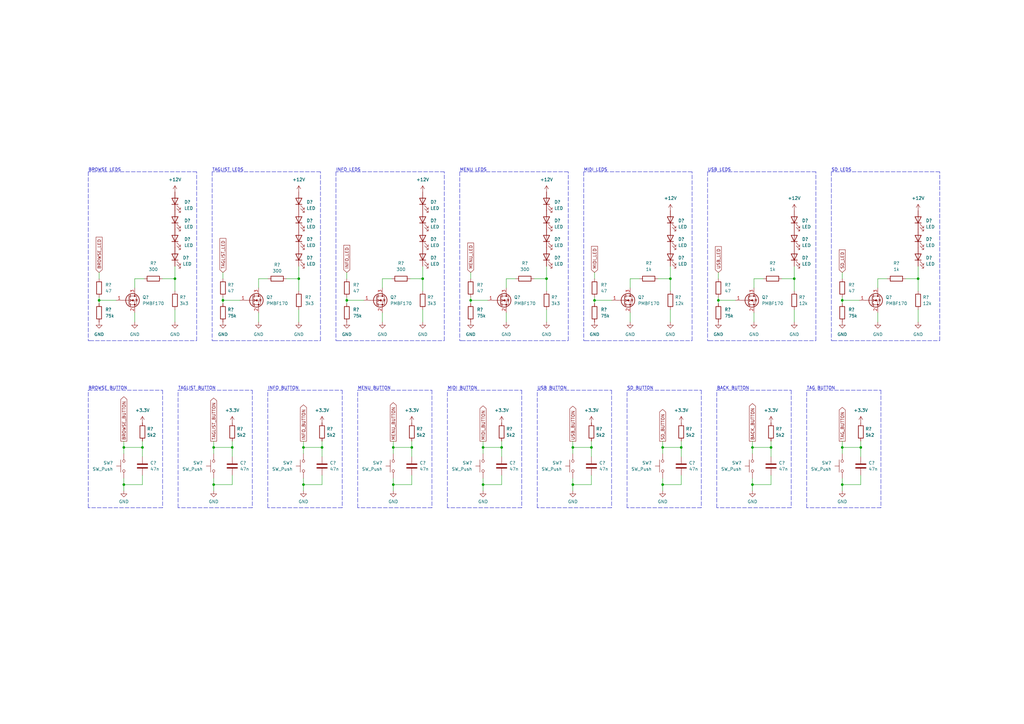
<source format=kicad_sch>
(kicad_sch (version 20211123) (generator eeschema)
  (paper "A3")
  (lib_symbols
    (symbol "Device:C" (pin_numbers hide) (pin_names (offset 0.254))
      (property "Reference" "C" (at 0.635 2.54 0))
      (property "Value" "C" (at 0.635 -2.54 0))
      (symbol "C_0_1"
        (polyline (pts (xy -2.032 -0.762) (xy 2.032 -0.762)) (stroke (width 0.508)))
        (polyline (pts (xy -2.032 0.762) (xy 2.032 0.762)) (stroke (width 0.508)))
      )
      (symbol "C_1_1"
        (pin passive line (at 0 3.81 270) (length 2.794) (name "~") (number "1"))
        (pin passive line (at 0 -3.81 90) (length 2.794) (name "~") (number "2"))
      )
    )
    (symbol "Device:LED" (pin_numbers hide) (pin_names (offset 1.016) hide)
      (property "Reference" "D" (at 0 2.54 0))
      (property "Value" "LED" (at 0 -2.54 0))
      (symbol "LED_0_1"
        (polyline (pts (xy -1.27 -1.27) (xy -1.27 1.27)) (stroke (width 0.254)))
        (polyline (pts (xy -1.27 0) (xy 1.27 0)))
        (polyline (pts (xy 1.27 -1.27) (xy 1.27 1.27) (xy -1.27 0) (xy 1.27 -1.27)) (stroke (width 0.254)))
        (polyline (pts (xy -3.048 -0.762) (xy -4.572 -2.286) (xy -3.81 -2.286) (xy -4.572 -2.286) (xy -4.572 -1.524)))
        (polyline (pts (xy -1.778 -0.762) (xy -3.302 -2.286) (xy -2.54 -2.286) (xy -3.302 -2.286) (xy -3.302 -1.524)))
      )
      (symbol "LED_1_1"
        (pin passive line (at -3.81 0 0) (length 2.54) (name "K") (number "1"))
        (pin passive line (at 3.81 0 180) (length 2.54) (name "A") (number "2"))
      )
    )
    (symbol "Device:Q_NMOS_GSD" (pin_names (offset 0) hide)
      (property "Reference" "Q" (at 5.08 1.27 0))
      (property "Value" "Q_NMOS_GSD" (at 5.08 -1.27 0))
      (symbol "Q_NMOS_GSD_0_1"
        (polyline (pts (xy 0.254 0) (xy -2.54 0)))
        (polyline (pts (xy 0.254 1.905) (xy 0.254 -1.905)) (stroke (width 0.254)))
        (polyline (pts (xy 0.762 -1.27) (xy 0.762 -2.286)) (stroke (width 0.254)))
        (polyline (pts (xy 0.762 0.508) (xy 0.762 -0.508)) (stroke (width 0.254)))
        (polyline (pts (xy 0.762 2.286) (xy 0.762 1.27)) (stroke (width 0.254)))
        (polyline (pts (xy 2.54 2.54) (xy 2.54 1.778)))
        (polyline (pts (xy 2.54 -2.54) (xy 2.54 0) (xy 0.762 0)))
        (polyline (pts (xy 0.762 -1.778) (xy 3.302 -1.778) (xy 3.302 1.778) (xy 0.762 1.778)))
        (polyline (pts (xy 1.016 0) (xy 2.032 0.381) (xy 2.032 -0.381) (xy 1.016 0)) (fill (type outline)))
        (polyline (pts (xy 2.794 0.508) (xy 2.921 0.381) (xy 3.683 0.381) (xy 3.81 0.254)))
        (polyline (pts (xy 3.302 0.381) (xy 2.921 -0.254) (xy 3.683 -0.254) (xy 3.302 0.381)))
        (circle (center 1.651 0) (radius 2.794) (stroke (width 0.254)))
        (circle (center 2.54 -1.778) (radius 0.254) (fill (type outline)))
        (circle (center 2.54 1.778) (radius 0.254) (fill (type outline)))
      )
      (symbol "Q_NMOS_GSD_1_1"
        (pin input line (at -5.08 0 0) (length 2.54) (name "G") (number "1"))
        (pin passive line (at 2.54 -5.08 90) (length 2.54) (name "S") (number "2"))
        (pin passive line (at 2.54 5.08 270) (length 2.54) (name "D") (number "3"))
      )
    )
    (symbol "Device:R" (pin_numbers hide) (pin_names (offset 0))
      (property "Reference" "R" (at 2.032 0 90))
      (property "Value" "R" (at 0 0 90))
      (symbol "R_0_1"
        (rectangle (start -1.016 -2.54) (end 1.016 2.54) (stroke (width 0.254)))
      )
      (symbol "R_1_1"
        (pin passive line (at 0 3.81 270) (length 1.27) (name "~") (number "1"))
        (pin passive line (at 0 -3.81 90) (length 1.27) (name "~") (number "2"))
      )
    )
    (symbol "Switch:SW_Push" (pin_numbers hide) (pin_names (offset 1.016) hide)
      (property "Reference" "SW" (at 1.27 2.54 0))
      (property "Value" "SW_Push" (at 0 -1.524 0))
      (symbol "SW_Push_0_1"
        (circle (center -2.032 0) (radius 0.508))
        (polyline (pts (xy 0 1.27) (xy 0 3.048)))
        (polyline (pts (xy 2.54 1.27) (xy -2.54 1.27)))
        (circle (center 2.032 0) (radius 0.508))
        (pin passive line (at -5.08 0 0) (length 2.54) (name "1") (number "1"))
        (pin passive line (at 5.08 0 180) (length 2.54) (name "2") (number "2"))
      )
    )
    (symbol "power:+12V" (power) (pin_names (offset 0))
      (property "Value" "+12V" (at 0 3.556 0))
      (symbol "+12V_0_1"
        (polyline (pts (xy -0.762 1.27) (xy 0 2.54)))
        (polyline (pts (xy 0 0) (xy 0 2.54)))
        (polyline (pts (xy 0 2.54) (xy 0.762 1.27)))
      )
      (symbol "+12V_1_1"
        (pin power_in line (at 0 0 90) (length 0) hide (name "+12V") (number "1"))
      )
    )
    (symbol "power:+3.3V" (power) (pin_names (offset 0))
      (property "Value" "+3.3V" (at 0 3.556 0))
      (symbol "+3.3V_0_1"
        (polyline (pts (xy -0.762 1.27) (xy 0 2.54)))
        (polyline (pts (xy 0 0) (xy 0 2.54)))
        (polyline (pts (xy 0 2.54) (xy 0.762 1.27)))
      )
      (symbol "+3.3V_1_1"
        (pin power_in line (at 0 0 90) (length 0) hide (name "+3.3V") (number "1"))
      )
    )
    (symbol "power:GND" (power) (pin_names (offset 0))
      (property "Value" "GND" (at 0 -3.81 0))
      (symbol "GND_0_1"
        (polyline (pts (xy 0 0) (xy 0 -1.27) (xy 1.27 -1.27) (xy 0 -2.54) (xy -1.27 -1.27) (xy 0 -1.27)))
      )
      (symbol "GND_1_1"
        (pin power_in line (at 0 0 270) (length 0) hide (name "GND") (number "1"))
      )
    )
  )
  (junction (at 345.44 198.755))
  (junction (at 40.64 123.19))
  (junction (at 122.555 114.3))
  (junction (at 271.78 183.515))
  (junction (at 316.23 183.515))
  (junction (at 345.44 123.19))
  (junction (at 353.06 183.515))
  (junction (at 95.25 183.515))
  (junction (at 132.08 183.515))
  (junction (at 279.4 183.515))
  (junction (at 87.63 183.515))
  (junction (at 168.91 183.515))
  (junction (at 198.12 183.515))
  (junction (at 345.44 183.515))
  (junction (at 142.24 123.19))
  (junction (at 124.46 198.755))
  (junction (at 234.95 183.515))
  (junction (at 308.61 183.515))
  (junction (at 193.04 123.19))
  (junction (at 161.29 198.755))
  (junction (at 124.46 183.515))
  (junction (at 325.755 114.3))
  (junction (at 58.42 183.515))
  (junction (at 234.95 198.755))
  (junction (at 205.74 183.515))
  (junction (at 71.755 114.3))
  (junction (at 274.955 114.3))
  (junction (at 87.63 198.755))
  (junction (at 271.78 198.755))
  (junction (at 242.57 183.515))
  (junction (at 224.155 114.3))
  (junction (at 376.555 114.3))
  (junction (at 173.355 114.3))
  (junction (at 91.44 123.19))
  (junction (at 243.84 123.19))
  (junction (at 50.8 183.515))
  (junction (at 161.29 183.515))
  (junction (at 294.64 123.19))
  (junction (at 198.12 198.755))
  (junction (at 50.8 198.755))
  (junction (at 308.61 198.755))
  (wire (pts (xy 198.12 198.755) (xy 205.74 198.755)))
  (wire (pts (xy 258.445 128.27) (xy 258.445 132.08)))
  (wire (pts (xy 345.44 180.975) (xy 345.44 183.515)))
  (wire (pts (xy 325.755 119.38) (xy 325.755 114.3)))
  (wire (pts (xy 308.61 198.755) (xy 316.23 198.755)))
  (polyline (pts (xy 80.645 70.485) (xy 36.195 70.485)))
  (wire (pts (xy 234.95 196.215) (xy 234.95 198.755)))
  (wire (pts (xy 71.755 127) (xy 71.755 132.08)))
  (polyline (pts (xy 36.195 160.02) (xy 66.675 160.02)))
  (wire (pts (xy 316.23 187.325) (xy 316.23 183.515)))
  (wire (pts (xy 316.23 180.975) (xy 316.23 183.515)))
  (polyline (pts (xy 146.685 160.02) (xy 177.165 160.02)))
  (wire (pts (xy 243.84 123.19) (xy 250.825 123.19)))
  (polyline (pts (xy 287.655 208.28) (xy 257.175 208.28)))
  (polyline (pts (xy 109.855 160.02) (xy 140.335 160.02)))
  (wire (pts (xy 353.06 187.325) (xy 353.06 183.515)))
  (wire (pts (xy 308.61 196.215) (xy 308.61 198.755)))
  (wire (pts (xy 345.44 196.215) (xy 345.44 198.755)))
  (wire (pts (xy 58.42 180.975) (xy 58.42 183.515)))
  (wire (pts (xy 156.845 114.3) (xy 160.655 114.3)))
  (wire (pts (xy 168.91 198.755) (xy 168.91 194.945)))
  (polyline (pts (xy 334.645 70.485) (xy 290.195 70.485)))
  (wire (pts (xy 87.63 183.515) (xy 95.25 183.515)))
  (wire (pts (xy 161.29 198.755) (xy 161.29 201.295)))
  (polyline (pts (xy 73.025 160.02) (xy 103.505 160.02)))
  (wire (pts (xy 279.4 187.325) (xy 279.4 183.515)))
  (wire (pts (xy 50.8 183.515) (xy 58.42 183.515)))
  (polyline (pts (xy 213.995 160.02) (xy 213.995 208.28)))
  (wire (pts (xy 234.95 198.755) (xy 234.95 201.295)))
  (wire (pts (xy 294.64 111.76) (xy 294.64 114.3)))
  (wire (pts (xy 156.845 128.27) (xy 156.845 132.08)))
  (wire (pts (xy 122.555 109.22) (xy 122.555 114.3)))
  (polyline (pts (xy 103.505 160.02) (xy 103.505 208.28)))
  (wire (pts (xy 95.25 198.755) (xy 95.25 194.945)))
  (polyline (pts (xy 290.83 139.7) (xy 334.645 139.7)))
  (polyline (pts (xy 66.675 208.28) (xy 36.195 208.28)))
  (wire (pts (xy 224.155 109.22) (xy 224.155 114.3)))
  (polyline (pts (xy 287.655 160.02) (xy 287.655 208.28)))
  (wire (pts (xy 353.06 198.755) (xy 353.06 194.945)))
  (polyline (pts (xy 109.855 208.28) (xy 109.855 160.02)))
  (polyline (pts (xy 86.995 139.7) (xy 87.63 139.7)))
  (polyline (pts (xy 182.245 139.7) (xy 182.245 70.485)))
  (wire (pts (xy 198.12 196.215) (xy 198.12 198.755)))
  (wire (pts (xy 124.46 198.755) (xy 124.46 201.295)))
  (polyline (pts (xy 361.315 160.02) (xy 361.315 208.28)))
  (wire (pts (xy 345.44 198.755) (xy 345.44 201.295)))
  (polyline (pts (xy 182.245 70.485) (xy 137.795 70.485)))
  (polyline (pts (xy 36.195 139.7) (xy 36.83 139.7)))
  (wire (pts (xy 124.46 198.755) (xy 132.08 198.755)))
  (wire (pts (xy 345.44 183.515) (xy 345.44 186.055)))
  (wire (pts (xy 173.355 119.38) (xy 173.355 114.3)))
  (polyline (pts (xy 257.175 208.28) (xy 257.175 160.02)))
  (wire (pts (xy 142.24 123.19) (xy 149.225 123.19)))
  (polyline (pts (xy 146.685 208.28) (xy 146.685 160.02)))
  (wire (pts (xy 132.08 180.975) (xy 132.08 183.515)))
  (wire (pts (xy 224.155 119.38) (xy 224.155 114.3)))
  (wire (pts (xy 271.78 196.215) (xy 271.78 198.755)))
  (wire (pts (xy 173.355 114.3) (xy 168.275 114.3)))
  (wire (pts (xy 242.57 198.755) (xy 242.57 194.945)))
  (wire (pts (xy 274.955 114.3) (xy 269.875 114.3)))
  (wire (pts (xy 279.4 180.975) (xy 279.4 183.515)))
  (polyline (pts (xy 131.445 70.485) (xy 86.995 70.485)))
  (wire (pts (xy 87.63 198.755) (xy 95.25 198.755)))
  (wire (pts (xy 132.08 187.325) (xy 132.08 183.515)))
  (wire (pts (xy 71.755 119.38) (xy 71.755 114.3)))
  (wire (pts (xy 243.84 123.19) (xy 243.84 124.46)))
  (wire (pts (xy 325.755 109.22) (xy 325.755 114.3)))
  (wire (pts (xy 271.78 183.515) (xy 279.4 183.515)))
  (polyline (pts (xy 138.43 139.7) (xy 182.245 139.7)))
  (polyline (pts (xy 137.795 139.7) (xy 138.43 139.7)))
  (wire (pts (xy 258.445 118.11) (xy 258.445 114.3)))
  (wire (pts (xy 376.555 109.22) (xy 376.555 114.3)))
  (wire (pts (xy 242.57 180.975) (xy 242.57 183.515)))
  (wire (pts (xy 224.155 114.3) (xy 219.075 114.3)))
  (wire (pts (xy 376.555 119.38) (xy 376.555 114.3)))
  (wire (pts (xy 40.64 123.19) (xy 40.64 124.46)))
  (wire (pts (xy 40.64 111.76) (xy 40.64 114.3)))
  (wire (pts (xy 106.045 128.27) (xy 106.045 132.08)))
  (polyline (pts (xy 340.995 139.7) (xy 341.63 139.7)))
  (polyline (pts (xy 140.335 160.02) (xy 140.335 208.28)))
  (wire (pts (xy 294.64 123.19) (xy 294.64 124.46)))
  (polyline (pts (xy 189.23 139.7) (xy 233.045 139.7)))
  (wire (pts (xy 234.95 180.975) (xy 234.95 183.515)))
  (wire (pts (xy 168.91 180.975) (xy 168.91 183.515)))
  (wire (pts (xy 132.08 198.755) (xy 132.08 194.945)))
  (wire (pts (xy 198.12 183.515) (xy 198.12 186.055)))
  (wire (pts (xy 243.84 121.92) (xy 243.84 123.19)))
  (wire (pts (xy 308.61 180.975) (xy 308.61 183.515)))
  (polyline (pts (xy 385.445 139.7) (xy 385.445 70.485)))
  (wire (pts (xy 124.46 183.515) (xy 132.08 183.515)))
  (wire (pts (xy 360.045 128.27) (xy 360.045 132.08)))
  (wire (pts (xy 274.955 109.22) (xy 274.955 114.3)))
  (wire (pts (xy 168.91 187.325) (xy 168.91 183.515)))
  (polyline (pts (xy 188.595 139.7) (xy 189.23 139.7)))
  (wire (pts (xy 124.46 180.975) (xy 124.46 183.515)))
  (wire (pts (xy 142.24 121.92) (xy 142.24 123.19)))
  (wire (pts (xy 55.245 128.27) (xy 55.245 132.08)))
  (wire (pts (xy 205.74 198.755) (xy 205.74 194.945)))
  (wire (pts (xy 360.045 114.3) (xy 363.855 114.3)))
  (polyline (pts (xy 183.515 208.28) (xy 183.515 160.02)))
  (wire (pts (xy 294.64 121.92) (xy 294.64 123.19)))
  (wire (pts (xy 87.63 198.755) (xy 87.63 201.295)))
  (polyline (pts (xy 290.195 70.485) (xy 290.195 139.7)))
  (wire (pts (xy 198.12 198.755) (xy 198.12 201.295)))
  (wire (pts (xy 271.78 198.755) (xy 279.4 198.755)))
  (wire (pts (xy 193.04 123.19) (xy 193.04 124.46)))
  (wire (pts (xy 58.42 198.755) (xy 58.42 194.945)))
  (wire (pts (xy 91.44 121.92) (xy 91.44 123.19)))
  (wire (pts (xy 50.8 180.975) (xy 50.8 183.515)))
  (wire (pts (xy 271.78 198.755) (xy 271.78 201.295)))
  (wire (pts (xy 50.8 198.755) (xy 50.8 201.295)))
  (wire (pts (xy 193.04 111.76) (xy 193.04 114.3)))
  (wire (pts (xy 207.645 118.11) (xy 207.645 114.3)))
  (polyline (pts (xy 341.63 139.7) (xy 385.445 139.7)))
  (polyline (pts (xy 213.995 208.28) (xy 183.515 208.28)))
  (wire (pts (xy 173.355 127) (xy 173.355 132.08)))
  (polyline (pts (xy 233.045 139.7) (xy 233.045 70.485)))
  (wire (pts (xy 193.04 121.92) (xy 193.04 123.19)))
  (wire (pts (xy 161.29 183.515) (xy 161.29 186.055)))
  (wire (pts (xy 271.78 183.515) (xy 271.78 186.055)))
  (polyline (pts (xy 177.165 208.28) (xy 146.685 208.28)))
  (wire (pts (xy 40.64 123.19) (xy 47.625 123.19)))
  (polyline (pts (xy 177.165 160.02) (xy 177.165 208.28)))
  (wire (pts (xy 308.61 183.515) (xy 308.61 186.055)))
  (wire (pts (xy 106.045 118.11) (xy 106.045 114.3)))
  (polyline (pts (xy 250.825 160.02) (xy 250.825 208.28)))
  (wire (pts (xy 50.8 198.755) (xy 58.42 198.755)))
  (wire (pts (xy 124.46 196.215) (xy 124.46 198.755)))
  (wire (pts (xy 360.045 118.11) (xy 360.045 114.3)))
  (wire (pts (xy 205.74 187.325) (xy 205.74 183.515)))
  (polyline (pts (xy 36.83 139.7) (xy 80.645 139.7)))
  (polyline (pts (xy 330.835 208.28) (xy 330.835 160.02)))
  (wire (pts (xy 234.95 183.515) (xy 234.95 186.055)))
  (wire (pts (xy 207.645 114.3) (xy 211.455 114.3)))
  (wire (pts (xy 71.755 114.3) (xy 66.675 114.3)))
  (wire (pts (xy 345.44 198.755) (xy 353.06 198.755)))
  (polyline (pts (xy 361.315 208.28) (xy 330.835 208.28)))
  (polyline (pts (xy 257.175 160.02) (xy 287.655 160.02)))
  (polyline (pts (xy 233.045 70.485) (xy 188.595 70.485)))
  (wire (pts (xy 198.12 180.975) (xy 198.12 183.515)))
  (polyline (pts (xy 66.675 160.02) (xy 66.675 208.28)))
  (polyline (pts (xy 239.395 70.485) (xy 239.395 139.7)))
  (wire (pts (xy 173.355 109.22) (xy 173.355 114.3)))
  (wire (pts (xy 40.64 121.92) (xy 40.64 123.19)))
  (polyline (pts (xy 340.995 70.485) (xy 340.995 139.7)))
  (wire (pts (xy 87.63 196.215) (xy 87.63 198.755)))
  (wire (pts (xy 91.44 123.19) (xy 91.44 124.46)))
  (wire (pts (xy 258.445 114.3) (xy 262.255 114.3)))
  (polyline (pts (xy 240.03 139.7) (xy 283.845 139.7)))
  (polyline (pts (xy 334.645 139.7) (xy 334.645 70.485)))
  (polyline (pts (xy 290.195 139.7) (xy 290.83 139.7)))
  (wire (pts (xy 353.06 180.975) (xy 353.06 183.515)))
  (wire (pts (xy 55.245 114.3) (xy 59.055 114.3)))
  (polyline (pts (xy 330.835 160.02) (xy 361.315 160.02)))
  (wire (pts (xy 309.245 118.11) (xy 309.245 114.3)))
  (wire (pts (xy 58.42 187.325) (xy 58.42 183.515)))
  (wire (pts (xy 95.25 187.325) (xy 95.25 183.515)))
  (polyline (pts (xy 250.825 208.28) (xy 220.345 208.28)))
  (polyline (pts (xy 220.345 208.28) (xy 220.345 160.02)))
  (polyline (pts (xy 103.505 208.28) (xy 73.025 208.28)))
  (wire (pts (xy 122.555 114.3) (xy 117.475 114.3)))
  (wire (pts (xy 308.61 183.515) (xy 316.23 183.515)))
  (wire (pts (xy 91.44 123.19) (xy 98.425 123.19)))
  (wire (pts (xy 271.78 180.975) (xy 271.78 183.515)))
  (wire (pts (xy 345.44 121.92) (xy 345.44 123.19)))
  (wire (pts (xy 161.29 196.215) (xy 161.29 198.755)))
  (wire (pts (xy 122.555 127) (xy 122.555 132.08)))
  (wire (pts (xy 294.64 123.19) (xy 301.625 123.19)))
  (wire (pts (xy 161.29 198.755) (xy 168.91 198.755)))
  (wire (pts (xy 55.245 118.11) (xy 55.245 114.3)))
  (wire (pts (xy 308.61 198.755) (xy 308.61 201.295)))
  (wire (pts (xy 95.25 180.975) (xy 95.25 183.515)))
  (wire (pts (xy 50.8 183.515) (xy 50.8 186.055)))
  (polyline (pts (xy 36.195 208.28) (xy 36.195 160.02)))
  (polyline (pts (xy 294.005 208.28) (xy 294.005 160.02)))
  (polyline (pts (xy 137.795 70.485) (xy 137.795 139.7)))
  (wire (pts (xy 156.845 118.11) (xy 156.845 114.3)))
  (polyline (pts (xy 86.995 70.485) (xy 86.995 139.7)))
  (polyline (pts (xy 294.005 160.02) (xy 324.485 160.02)))
  (wire (pts (xy 71.755 109.22) (xy 71.755 114.3)))
  (polyline (pts (xy 324.485 208.28) (xy 294.005 208.28)))
  (polyline (pts (xy 183.515 160.02) (xy 213.995 160.02)))
  (wire (pts (xy 193.04 123.19) (xy 200.025 123.19)))
  (wire (pts (xy 274.955 127) (xy 274.955 132.08)))
  (wire (pts (xy 198.12 183.515) (xy 205.74 183.515)))
  (polyline (pts (xy 188.595 70.485) (xy 188.595 139.7)))
  (polyline (pts (xy 220.345 160.02) (xy 250.825 160.02)))
  (wire (pts (xy 106.045 114.3) (xy 109.855 114.3)))
  (polyline (pts (xy 239.395 139.7) (xy 240.03 139.7)))
  (wire (pts (xy 325.755 114.3) (xy 320.675 114.3)))
  (wire (pts (xy 309.245 128.27) (xy 309.245 132.08)))
  (polyline (pts (xy 385.445 70.485) (xy 340.995 70.485)))
  (wire (pts (xy 224.155 127) (xy 224.155 132.08)))
  (polyline (pts (xy 324.485 160.02) (xy 324.485 208.28)))
  (wire (pts (xy 376.555 127) (xy 376.555 132.08)))
  (polyline (pts (xy 283.845 70.485) (xy 239.395 70.485)))
  (wire (pts (xy 50.8 196.215) (xy 50.8 198.755)))
  (wire (pts (xy 161.29 183.515) (xy 168.91 183.515)))
  (wire (pts (xy 279.4 198.755) (xy 279.4 194.945)))
  (wire (pts (xy 242.57 187.325) (xy 242.57 183.515)))
  (wire (pts (xy 325.755 127) (xy 325.755 132.08)))
  (wire (pts (xy 376.555 114.3) (xy 371.475 114.3)))
  (polyline (pts (xy 131.445 139.7) (xy 131.445 70.485)))
  (wire (pts (xy 345.44 123.19) (xy 345.44 124.46)))
  (wire (pts (xy 243.84 111.76) (xy 243.84 114.3)))
  (wire (pts (xy 234.95 198.755) (xy 242.57 198.755)))
  (wire (pts (xy 142.24 123.19) (xy 142.24 124.46)))
  (polyline (pts (xy 36.195 70.485) (xy 36.195 139.7)))
  (wire (pts (xy 309.245 114.3) (xy 313.055 114.3)))
  (wire (pts (xy 345.44 123.19) (xy 352.425 123.19)))
  (polyline (pts (xy 140.335 208.28) (xy 109.855 208.28)))
  (wire (pts (xy 234.95 183.515) (xy 242.57 183.515)))
  (wire (pts (xy 87.63 183.515) (xy 87.63 186.055)))
  (wire (pts (xy 91.44 111.76) (xy 91.44 114.3)))
  (wire (pts (xy 207.645 128.27) (xy 207.645 132.08)))
  (polyline (pts (xy 283.845 139.7) (xy 283.845 70.485)))
  (wire (pts (xy 274.955 119.38) (xy 274.955 114.3)))
  (wire (pts (xy 316.23 198.755) (xy 316.23 194.945)))
  (wire (pts (xy 161.29 180.975) (xy 161.29 183.515)))
  (wire (pts (xy 87.63 180.975) (xy 87.63 183.515)))
  (wire (pts (xy 122.555 119.38) (xy 122.555 114.3)))
  (wire (pts (xy 205.74 180.975) (xy 205.74 183.515)))
  (wire (pts (xy 142.24 111.76) (xy 142.24 114.3)))
  (wire (pts (xy 345.44 111.76) (xy 345.44 114.3)))
  (polyline (pts (xy 73.025 208.28) (xy 73.025 160.02)))
  (wire (pts (xy 124.46 183.515) (xy 124.46 186.055)))
  (polyline (pts (xy 87.63 139.7) (xy 131.445 139.7)))
  (polyline (pts (xy 80.645 139.7) (xy 80.645 70.485)))
  (wire (pts (xy 345.44 183.515) (xy 353.06 183.515)))
  (text "USB BUTTON" (at 220.345 160.02 0) (effects (font (size 1.27 1.27)) (justify left bottom)))
  (text "SD BUTTON" (at 257.175 160.02 0) (effects (font (size 1.27 1.27)) (justify left bottom)))
  (text "MIDI BUTTON" (at 183.515 160.02 0) (effects (font (size 1.27 1.27)) (justify left bottom)))
  (text "MENU LEDS" (at 188.595 70.485 0) (effects (font (size 1.27 1.27)) (justify left bottom)))
  (text "BACK BUTTON" (at 294.005 160.02 0) (effects (font (size 1.27 1.27)) (justify left bottom)))
  (text "MIDI LEDS" (at 239.395 70.485 0) (effects (font (size 1.27 1.27)) (justify left bottom)))
  (text "INFO BUTTON" (at 109.855 160.02 0) (effects (font (size 1.27 1.27)) (justify left bottom)))
  (text "TAGLIST LEDS" (at 86.995 70.485 0) (effects (font (size 1.27 1.27)) (justify left bottom)))
  (text "TAGLIST BUTTON" (at 73.025 160.02 0) (effects (font (size 1.27 1.27)) (justify left bottom)))
  (text "BROWSE LEDS" (at 36.195 70.485 0) (effects (font (size 1.27 1.27)) (justify left bottom)))
  (text "TAG BUTTON" (at 330.835 160.02 0) (effects (font (size 1.27 1.27)) (justify left bottom)))
  (text "MENU BUTTON" (at 146.685 160.02 0) (effects (font (size 1.27 1.27)) (justify left bottom)))
  (text "SD LEDS" (at 340.995 70.485 0) (effects (font (size 1.27 1.27)) (justify left bottom)))
  (text "INFO LEDS" (at 137.795 70.485 0) (effects (font (size 1.27 1.27)) (justify left bottom)))
  (text "BROWSE BUTTON" (at 36.195 160.02 0) (effects (font (size 1.27 1.27)) (justify left bottom)))
  (text "USB LEDS" (at 290.195 70.485 0) (effects (font (size 1.27 1.27)) (justify left bottom)))
  (global_label "INFO_BUTTON" (shape output) (at 124.46 180.975 90) (property "Intersheet References" "${INTERSHEET_REFS}" (effects hide)))
  (global_label "MIDI_BUTTON" (shape output) (at 198.12 180.975 90) (property "Intersheet References" "${INTERSHEET_REFS}" (effects hide)))
  (global_label "SD_BUTTON" (shape output) (at 271.78 180.975 90) (property "Intersheet References" "${INTERSHEET_REFS}" (effects hide)))
  (global_label "MENU_LED" (shape input) (at 193.04 111.76 90) (property "Intersheet References" "${INTERSHEET_REFS}" (effects hide)))
  (global_label "USB_BUTTON" (shape output) (at 234.95 180.975 90) (property "Intersheet References" "${INTERSHEET_REFS}" (effects hide)))
  (global_label "SD_LED" (shape input) (at 345.44 111.76 90) (property "Intersheet References" "${INTERSHEET_REFS}" (effects hide)))
  (global_label "BROWSE_BUTTON" (shape output) (at 50.8 180.975 90) (property "Intersheet References" "${INTERSHEET_REFS}" (effects hide)))
  (global_label "TAGLIST_LED" (shape input) (at 91.44 111.76 90) (property "Intersheet References" "${INTERSHEET_REFS}" (effects hide)))
  (global_label "MENU_BUTTON" (shape output) (at 161.29 180.975 90) (property "Intersheet References" "${INTERSHEET_REFS}" (effects hide)))
  (global_label "BACK_BUTTON" (shape output) (at 308.61 180.975 90) (property "Intersheet References" "${INTERSHEET_REFS}" (effects hide)))
  (global_label "USB_LED" (shape input) (at 294.64 111.76 90) (property "Intersheet References" "${INTERSHEET_REFS}" (effects hide)))
  (global_label "MIDI_LED" (shape input) (at 243.84 111.76 90) (property "Intersheet References" "${INTERSHEET_REFS}" (effects hide)))
  (global_label "INFO_LED" (shape input) (at 142.24 111.76 90) (property "Intersheet References" "${INTERSHEET_REFS}" (effects hide)))
  (global_label "TAGLIST_BUTTON" (shape output) (at 87.63 180.975 90) (property "Intersheet References" "${INTERSHEET_REFS}" (effects hide)))
  (global_label "BROWSE_LED" (shape input) (at 40.64 111.76 90) (property "Intersheet References" "${INTERSHEET_REFS}" (effects hide)))
  (global_label "TAG_BUTTON" (shape output) (at 345.44 180.975 90) (property "Intersheet References" "${INTERSHEET_REFS}" (effects hide)))
  (symbol (lib_id "Device:R") (at 62.865 114.3 90) (unit 1)
    (property "Reference" "R?" (at 62.865 107.95 90))
    (property "Value" "300" (at 62.865 110.49 90))
  )
  (symbol (lib_id "Device:LED") (at 224.155 97.79 90) (unit 1)
    (property "Reference" "D?" (at 227.33 98.1074 90) (effects (justify right)))
    (property "Value" "LED" (at 227.33 100.6474 90) (effects (justify right)))
  )
  (symbol (lib_id "Device:LED") (at 71.755 82.55 90) (unit 1)
    (property "Reference" "D?" (at 75.565 82.8674 90) (effects (justify right)))
    (property "Value" "LED" (at 75.565 85.4074 90) (effects (justify right)))
  )
  (symbol (lib_id "Device:R") (at 58.42 177.165 0) (unit 1)
    (property "Reference" "R?" (at 60.325 175.8949 0) (effects (justify left)))
    (property "Value" "5k2" (at 60.325 178.4349 0) (effects (justify left)))
  )
  (symbol (lib_id "Device:R") (at 274.955 123.19 0) (unit 1)
    (property "Reference" "R?" (at 276.86 121.9199 0) (effects (justify left)))
    (property "Value" "12k" (at 276.86 124.4599 0) (effects (justify left)))
  )
  (symbol (lib_id "Switch:SW_Push") (at 50.8 191.135 90) (unit 1)
    (property "Reference" "SW?" (at 46.355 189.865 90) (effects (justify left)))
    (property "Value" "SW_Push" (at 46.355 192.405 90) (effects (justify left)))
  )
  (symbol (lib_id "Device:LED") (at 122.555 97.79 90) (unit 1)
    (property "Reference" "D?" (at 125.73 98.1074 90) (effects (justify right)))
    (property "Value" "LED" (at 125.73 100.6474 90) (effects (justify right)))
  )
  (symbol (lib_id "power:GND") (at 376.555 132.08 0) (unit 1)
    (property "Reference" "#PWR?" (effects hide))
    (property "Value" "GND" (at 376.555 137.16 0))
  )
  (symbol (lib_id "power:GND") (at 345.44 132.08 0) (unit 1)
    (property "Reference" "#PWR?" (effects hide))
    (property "Value" "GND" (at 345.44 137.16 0))
  )
  (symbol (lib_id "power:GND") (at 243.84 132.08 0) (unit 1)
    (property "Reference" "#PWR?" (effects hide))
    (property "Value" "GND" (at 243.84 137.16 0))
  )
  (symbol (lib_id "Switch:SW_Push") (at 87.63 191.135 90) (unit 1)
    (property "Reference" "SW?" (at 83.185 189.865 90) (effects (justify left)))
    (property "Value" "SW_Push" (at 83.185 192.405 90) (effects (justify left)))
  )
  (symbol (lib_id "power:GND") (at 193.04 132.08 0) (unit 1)
    (property "Reference" "#PWR?" (effects hide))
    (property "Value" "GND" (at 193.04 137.16 0))
  )
  (symbol (lib_id "Device:R") (at 142.24 128.27 0) (unit 1)
    (property "Reference" "R?" (at 144.78 126.9999 0) (effects (justify left)))
    (property "Value" "75k" (at 144.78 129.5399 0) (effects (justify left)))
  )
  (symbol (lib_id "Device:R") (at 353.06 177.165 0) (unit 1)
    (property "Reference" "R?" (at 354.965 175.8949 0) (effects (justify left)))
    (property "Value" "5k2" (at 354.965 178.4349 0) (effects (justify left)))
  )
  (symbol (lib_id "power:+12V") (at 224.155 78.74 0) (unit 1)
    (property "Reference" "#PWR?" (effects hide))
    (property "Value" "+12V" (at 224.155 73.66 0))
  )
  (symbol (lib_id "Device:Q_NMOS_GSD") (at 103.505 123.19 0) (unit 1)
    (property "Reference" "Q?" (at 109.22 121.9199 0) (effects (justify left)))
    (property "Value" "PMBF170" (at 109.22 124.4599 0) (effects (justify left)))
  )
  (symbol (lib_id "Switch:SW_Push") (at 234.95 191.135 90) (unit 1)
    (property "Reference" "SW?" (at 230.505 189.865 90) (effects (justify left)))
    (property "Value" "SW_Push" (at 230.505 192.405 90) (effects (justify left)))
  )
  (symbol (lib_id "power:GND") (at 173.355 132.08 0) (unit 1)
    (property "Reference" "#PWR?" (effects hide))
    (property "Value" "GND" (at 173.355 137.16 0))
  )
  (symbol (lib_id "Device:LED") (at 173.355 82.55 90) (unit 1)
    (property "Reference" "D?" (at 176.53 82.8674 90) (effects (justify right)))
    (property "Value" "LED" (at 176.53 85.4074 90) (effects (justify right)))
  )
  (symbol (lib_id "power:GND") (at 345.44 201.295 0) (unit 1)
    (property "Reference" "#PWR?" (effects hide))
    (property "Value" "GND" (at 345.44 205.74 0))
  )
  (symbol (lib_id "Device:R") (at 40.64 118.11 0) (unit 1)
    (property "Reference" "R?" (at 43.18 116.8399 0) (effects (justify left)))
    (property "Value" "47" (at 43.18 119.3799 0) (effects (justify left)))
  )
  (symbol (lib_id "power:GND") (at 294.64 132.08 0) (unit 1)
    (property "Reference" "#PWR?" (effects hide))
    (property "Value" "GND" (at 294.64 137.16 0))
  )
  (symbol (lib_id "power:GND") (at 124.46 201.295 0) (unit 1)
    (property "Reference" "#PWR?" (effects hide))
    (property "Value" "GND" (at 124.46 205.74 0))
  )
  (symbol (lib_id "power:GND") (at 87.63 201.295 0) (unit 1)
    (property "Reference" "#PWR?" (effects hide))
    (property "Value" "GND" (at 87.63 205.74 0))
  )
  (symbol (lib_id "Device:LED") (at 173.355 90.17 90) (unit 1)
    (property "Reference" "D?" (at 176.53 90.4874 90) (effects (justify right)))
    (property "Value" "LED" (at 176.53 93.0274 90) (effects (justify right)))
  )
  (symbol (lib_id "Device:R") (at 325.755 123.19 0) (unit 1)
    (property "Reference" "R?" (at 327.66 121.9199 0) (effects (justify left)))
    (property "Value" "12k" (at 327.66 124.4599 0) (effects (justify left)))
  )
  (symbol (lib_id "Device:R") (at 132.08 177.165 0) (unit 1)
    (property "Reference" "R?" (at 133.985 175.8949 0) (effects (justify left)))
    (property "Value" "5k2" (at 133.985 178.4349 0) (effects (justify left)))
  )
  (symbol (lib_id "Device:Q_NMOS_GSD") (at 357.505 123.19 0) (unit 1)
    (property "Reference" "Q?" (at 363.22 121.9199 0) (effects (justify left)))
    (property "Value" "PMBF170" (at 363.22 124.4599 0) (effects (justify left)))
  )
  (symbol (lib_id "Device:LED") (at 325.755 105.41 90) (unit 1)
    (property "Reference" "D?" (at 328.93 105.7274 90) (effects (justify right)))
    (property "Value" "LED" (at 328.93 108.2674 90) (effects (justify right)))
  )
  (symbol (lib_id "Device:R") (at 243.84 128.27 0) (unit 1)
    (property "Reference" "R?" (at 246.38 126.9999 0) (effects (justify left)))
    (property "Value" "75k" (at 246.38 129.5399 0) (effects (justify left)))
  )
  (symbol (lib_id "Device:LED") (at 224.155 90.17 90) (unit 1)
    (property "Reference" "D?" (at 227.33 90.4874 90) (effects (justify right)))
    (property "Value" "LED" (at 227.33 93.0274 90) (effects (justify right)))
  )
  (symbol (lib_id "power:GND") (at 224.155 132.08 0) (unit 1)
    (property "Reference" "#PWR?" (effects hide))
    (property "Value" "GND" (at 224.155 137.16 0))
  )
  (symbol (lib_id "power:GND") (at 50.8 201.295 0) (unit 1)
    (property "Reference" "#PWR?" (effects hide))
    (property "Value" "GND" (at 50.8 205.74 0))
  )
  (symbol (lib_id "power:GND") (at 71.755 132.08 0) (unit 1)
    (property "Reference" "#PWR?" (effects hide))
    (property "Value" "GND" (at 71.755 137.16 0))
  )
  (symbol (lib_id "Device:C") (at 168.91 191.135 0) (unit 1)
    (property "Reference" "C?" (at 172.085 189.8649 0) (effects (justify left)))
    (property "Value" "47n" (at 172.085 192.4049 0) (effects (justify left)))
  )
  (symbol (lib_id "Device:C") (at 205.74 191.135 0) (mirror y) (unit 1)
    (property "Reference" "C?" (at 208.915 189.8649 0) (effects (justify right)))
    (property "Value" "47n" (at 208.915 192.4049 0) (effects (justify right)))
  )
  (symbol (lib_id "Device:R") (at 168.91 177.165 0) (unit 1)
    (property "Reference" "R?" (at 170.815 175.8949 0) (effects (justify left)))
    (property "Value" "5k2" (at 170.815 178.4349 0) (effects (justify left)))
  )
  (symbol (lib_id "power:GND") (at 161.29 201.295 0) (unit 1)
    (property "Reference" "#PWR?" (effects hide))
    (property "Value" "GND" (at 161.29 205.74 0))
  )
  (symbol (lib_id "Device:R") (at 345.44 118.11 0) (unit 1)
    (property "Reference" "R?" (at 347.98 116.8399 0) (effects (justify left)))
    (property "Value" "47" (at 347.98 119.3799 0) (effects (justify left)))
  )
  (symbol (lib_id "power:+3.3V") (at 168.91 173.355 0) (unit 1)
    (property "Reference" "#PWR?" (effects hide))
    (property "Value" "+3.3V" (at 168.91 168.275 0))
  )
  (symbol (lib_id "Device:LED") (at 122.555 82.55 90) (unit 1)
    (property "Reference" "D?" (at 125.73 82.8674 90) (effects (justify right)))
    (property "Value" "LED" (at 125.73 85.4074 90) (effects (justify right)))
  )
  (symbol (lib_id "Device:LED") (at 71.755 105.41 90) (unit 1)
    (property "Reference" "D?" (at 74.93 105.7274 90) (effects (justify right)))
    (property "Value" "LED" (at 74.93 108.2674 90) (effects (justify right)))
  )
  (symbol (lib_id "Device:R") (at 215.265 114.3 90) (unit 1)
    (property "Reference" "R?" (at 215.265 107.95 90))
    (property "Value" "300" (at 215.265 110.49 90))
  )
  (symbol (lib_id "power:+3.3V") (at 95.25 173.355 0) (unit 1)
    (property "Reference" "#PWR?" (effects hide))
    (property "Value" "+3.3V" (at 95.25 168.275 0))
  )
  (symbol (lib_id "Device:R") (at 193.04 118.11 0) (unit 1)
    (property "Reference" "R?" (at 195.58 116.8399 0) (effects (justify left)))
    (property "Value" "47" (at 195.58 119.3799 0) (effects (justify left)))
  )
  (symbol (lib_id "Device:LED") (at 376.555 90.17 90) (unit 1)
    (property "Reference" "D?" (at 379.73 90.4874 90) (effects (justify right)))
    (property "Value" "LED" (at 379.73 93.0274 90) (effects (justify right)))
  )
  (symbol (lib_id "power:GND") (at 274.955 132.08 0) (unit 1)
    (property "Reference" "#PWR?" (effects hide))
    (property "Value" "GND" (at 274.955 137.16 0))
  )
  (symbol (lib_id "power:GND") (at 156.845 132.08 0) (unit 1)
    (property "Reference" "#PWR?" (effects hide))
    (property "Value" "GND" (at 156.845 137.16 0))
  )
  (symbol (lib_id "Device:R") (at 345.44 128.27 0) (unit 1)
    (property "Reference" "R?" (at 347.98 126.9999 0) (effects (justify left)))
    (property "Value" "75k" (at 347.98 129.5399 0) (effects (justify left)))
  )
  (symbol (lib_id "Device:Q_NMOS_GSD") (at 154.305 123.19 0) (unit 1)
    (property "Reference" "Q?" (at 160.02 121.9199 0) (effects (justify left)))
    (property "Value" "PMBF170" (at 160.02 124.4599 0) (effects (justify left)))
  )
  (symbol (lib_id "power:GND") (at 122.555 132.08 0) (unit 1)
    (property "Reference" "#PWR?" (effects hide))
    (property "Value" "GND" (at 122.555 137.16 0))
  )
  (symbol (lib_id "power:+12V") (at 325.755 86.36 0) (unit 1)
    (property "Reference" "#PWR?" (effects hide))
    (property "Value" "+12V" (at 325.755 81.28 0))
  )
  (symbol (lib_id "Device:LED") (at 173.355 105.41 90) (unit 1)
    (property "Reference" "D?" (at 176.53 105.7274 90) (effects (justify right)))
    (property "Value" "LED" (at 176.53 108.2674 90) (effects (justify right)))
  )
  (symbol (lib_id "Device:C") (at 353.06 191.135 0) (unit 1)
    (property "Reference" "C?" (at 356.235 189.8649 0) (effects (justify left)))
    (property "Value" "47n" (at 356.235 192.4049 0) (effects (justify left)))
  )
  (symbol (lib_id "Device:R") (at 91.44 118.11 0) (unit 1)
    (property "Reference" "R?" (at 93.345 116.8399 0) (effects (justify left)))
    (property "Value" "47" (at 93.345 119.3799 0) (effects (justify left)))
  )
  (symbol (lib_id "power:+12V") (at 274.955 86.36 0) (unit 1)
    (property "Reference" "#PWR?" (effects hide))
    (property "Value" "+12V" (at 274.955 81.28 0))
  )
  (symbol (lib_id "Device:R") (at 294.64 118.11 0) (unit 1)
    (property "Reference" "R?" (at 297.18 116.8399 0) (effects (justify left)))
    (property "Value" "47" (at 297.18 119.3799 0) (effects (justify left)))
  )
  (symbol (lib_id "Device:R") (at 113.665 114.3 90) (unit 1)
    (property "Reference" "R?" (at 113.665 108.585 90))
    (property "Value" "300" (at 113.665 111.125 90))
  )
  (symbol (lib_id "Device:C") (at 132.08 191.135 0) (unit 1)
    (property "Reference" "C?" (at 135.255 189.8649 0) (effects (justify left)))
    (property "Value" "47n" (at 135.255 192.4049 0) (effects (justify left)))
  )
  (symbol (lib_id "Device:LED") (at 274.955 97.79 90) (unit 1)
    (property "Reference" "D?" (at 278.13 98.1074 90) (effects (justify right)))
    (property "Value" "LED" (at 278.13 100.6474 90) (effects (justify right)))
  )
  (symbol (lib_id "Device:R") (at 376.555 123.19 0) (unit 1)
    (property "Reference" "R?" (at 378.46 121.9199 0) (effects (justify left)))
    (property "Value" "12k" (at 378.46 124.4599 0) (effects (justify left)))
  )
  (symbol (lib_id "Device:LED") (at 71.755 90.17 90) (unit 1)
    (property "Reference" "D?" (at 75.565 90.4874 90) (effects (justify right)))
    (property "Value" "LED" (at 75.565 93.0274 90) (effects (justify right)))
  )
  (symbol (lib_id "Device:LED") (at 122.555 90.17 90) (unit 1)
    (property "Reference" "D?" (at 125.73 90.4874 90) (effects (justify right)))
    (property "Value" "LED" (at 125.73 93.0274 90) (effects (justify right)))
  )
  (symbol (lib_id "Device:R") (at 316.23 177.165 0) (unit 1)
    (property "Reference" "R?" (at 318.135 175.8949 0) (effects (justify left)))
    (property "Value" "5k2" (at 318.135 178.4349 0) (effects (justify left)))
  )
  (symbol (lib_id "power:GND") (at 360.045 132.08 0) (unit 1)
    (property "Reference" "#PWR?" (effects hide))
    (property "Value" "GND" (at 360.045 137.16 0))
  )
  (symbol (lib_id "Switch:SW_Push") (at 161.29 191.135 90) (unit 1)
    (property "Reference" "SW?" (at 156.845 189.865 90) (effects (justify left)))
    (property "Value" "SW_Push" (at 156.845 192.405 90) (effects (justify left)))
  )
  (symbol (lib_id "Device:C") (at 242.57 191.135 0) (unit 1)
    (property "Reference" "C?" (at 245.745 189.8649 0) (effects (justify left)))
    (property "Value" "47n" (at 245.745 192.4049 0) (effects (justify left)))
  )
  (symbol (lib_id "Switch:SW_Push") (at 345.44 191.135 90) (unit 1)
    (property "Reference" "SW?" (at 340.995 189.865 90) (effects (justify left)))
    (property "Value" "SW_Push" (at 340.995 192.405 90) (effects (justify left)))
  )
  (symbol (lib_id "Device:LED") (at 274.955 90.17 90) (unit 1)
    (property "Reference" "D?" (at 278.13 90.4874 90) (effects (justify right)))
    (property "Value" "LED" (at 278.13 93.0274 90) (effects (justify right)))
  )
  (symbol (lib_id "Device:LED") (at 122.555 105.41 90) (unit 1)
    (property "Reference" "D?" (at 125.73 105.7274 90) (effects (justify right)))
    (property "Value" "LED" (at 125.73 108.2674 90) (effects (justify right)))
  )
  (symbol (lib_id "Device:Q_NMOS_GSD") (at 306.705 123.19 0) (unit 1)
    (property "Reference" "Q?" (at 312.42 121.9199 0) (effects (justify left)))
    (property "Value" "PMBF170" (at 312.42 124.4599 0) (effects (justify left)))
  )
  (symbol (lib_id "Device:R") (at 122.555 123.19 0) (unit 1)
    (property "Reference" "R?" (at 125.095 121.9199 0) (effects (justify left)))
    (property "Value" "3k3" (at 125.095 124.4599 0) (effects (justify left)))
  )
  (symbol (lib_id "power:GND") (at 258.445 132.08 0) (unit 1)
    (property "Reference" "#PWR?" (effects hide))
    (property "Value" "GND" (at 258.445 137.16 0))
  )
  (symbol (lib_id "Device:C") (at 58.42 191.135 0) (unit 1)
    (property "Reference" "C?" (at 61.595 189.8649 0) (effects (justify left)))
    (property "Value" "47n" (at 61.595 192.4049 0) (effects (justify left)))
  )
  (symbol (lib_id "power:+3.3V") (at 242.57 173.355 0) (unit 1)
    (property "Reference" "#PWR?" (effects hide))
    (property "Value" "+3.3V" (at 242.57 168.275 0))
  )
  (symbol (lib_id "power:GND") (at 234.95 201.295 0) (unit 1)
    (property "Reference" "#PWR?" (effects hide))
    (property "Value" "GND" (at 234.95 205.74 0))
  )
  (symbol (lib_id "power:GND") (at 106.045 132.08 0) (unit 1)
    (property "Reference" "#PWR?" (effects hide))
    (property "Value" "GND" (at 106.045 137.16 0))
  )
  (symbol (lib_id "power:+3.3V") (at 316.23 173.355 0) (unit 1)
    (property "Reference" "#PWR?" (effects hide))
    (property "Value" "+3.3V" (at 316.23 168.275 0))
  )
  (symbol (lib_id "Device:Q_NMOS_GSD") (at 205.105 123.19 0) (unit 1)
    (property "Reference" "Q?" (at 210.82 121.9199 0) (effects (justify left)))
    (property "Value" "PMBF170" (at 210.82 124.4599 0) (effects (justify left)))
  )
  (symbol (lib_id "power:GND") (at 198.12 201.295 0) (unit 1)
    (property "Reference" "#PWR?" (effects hide))
    (property "Value" "GND" (at 198.12 205.74 0))
  )
  (symbol (lib_id "Device:R") (at 193.04 128.27 0) (unit 1)
    (property "Reference" "R?" (at 195.58 126.9999 0) (effects (justify left)))
    (property "Value" "75k" (at 195.58 129.5399 0) (effects (justify left)))
  )
  (symbol (lib_id "Device:LED") (at 224.155 105.41 90) (unit 1)
    (property "Reference" "D?" (at 227.33 105.7274 90) (effects (justify right)))
    (property "Value" "LED" (at 227.33 108.2674 90) (effects (justify right)))
  )
  (symbol (lib_id "power:+3.3V") (at 58.42 173.355 0) (unit 1)
    (property "Reference" "#PWR?" (effects hide))
    (property "Value" "+3.3V" (at 58.42 168.275 0))
  )
  (symbol (lib_id "power:+12V") (at 122.555 78.74 0) (unit 1)
    (property "Reference" "#PWR?" (effects hide))
    (property "Value" "+12V" (at 122.555 73.66 0))
  )
  (symbol (lib_id "Switch:SW_Push") (at 124.46 191.135 90) (unit 1)
    (property "Reference" "SW?" (at 120.015 189.865 90) (effects (justify left)))
    (property "Value" "SW_Push" (at 120.015 192.405 90) (effects (justify left)))
  )
  (symbol (lib_id "Device:R") (at 316.865 114.3 90) (unit 1)
    (property "Reference" "R?" (at 316.865 107.95 90))
    (property "Value" "1k" (at 316.865 110.49 90))
  )
  (symbol (lib_id "Device:Q_NMOS_GSD") (at 255.905 123.19 0) (unit 1)
    (property "Reference" "Q?" (at 261.62 121.9199 0) (effects (justify left)))
    (property "Value" "PMBF170" (at 261.62 124.4599 0) (effects (justify left)))
  )
  (symbol (lib_id "power:+3.3V") (at 279.4 173.355 0) (unit 1)
    (property "Reference" "#PWR?" (effects hide))
    (property "Value" "+3.3V" (at 279.4 168.275 0))
  )
  (symbol (lib_id "power:+3.3V") (at 205.74 173.355 0) (unit 1)
    (property "Reference" "#PWR?" (effects hide))
    (property "Value" "+3.3V" (at 205.74 168.275 0))
  )
  (symbol (lib_id "power:GND") (at 271.78 201.295 0) (unit 1)
    (property "Reference" "#PWR?" (effects hide))
    (property "Value" "GND" (at 271.78 205.74 0))
  )
  (symbol (lib_id "Device:R") (at 242.57 177.165 0) (unit 1)
    (property "Reference" "R?" (at 244.475 175.8949 0) (effects (justify left)))
    (property "Value" "5k2" (at 244.475 178.4349 0) (effects (justify left)))
  )
  (symbol (lib_id "Device:R") (at 95.25 177.165 0) (unit 1)
    (property "Reference" "R?" (at 97.155 175.8949 0) (effects (justify left)))
    (property "Value" "5k2" (at 97.155 178.4349 0) (effects (justify left)))
  )
  (symbol (lib_id "Device:LED") (at 325.755 90.17 90) (unit 1)
    (property "Reference" "D?" (at 328.93 90.4874 90) (effects (justify right)))
    (property "Value" "LED" (at 328.93 93.0274 90) (effects (justify right)))
  )
  (symbol (lib_id "power:GND") (at 55.245 132.08 0) (unit 1)
    (property "Reference" "#PWR?" (effects hide))
    (property "Value" "GND" (at 55.245 137.16 0))
  )
  (symbol (lib_id "Device:R") (at 224.155 123.19 0) (unit 1)
    (property "Reference" "R?" (at 226.06 121.9199 0) (effects (justify left)))
    (property "Value" "3k3" (at 226.06 124.4599 0) (effects (justify left)))
  )
  (symbol (lib_id "Device:C") (at 316.23 191.135 0) (mirror y) (unit 1)
    (property "Reference" "C?" (at 319.405 189.8649 0) (effects (justify right)))
    (property "Value" "47n" (at 319.405 192.4049 0) (effects (justify right)))
  )
  (symbol (lib_id "power:GND") (at 91.44 132.08 0) (unit 1)
    (property "Reference" "#PWR?" (effects hide))
    (property "Value" "GND" (at 91.44 137.16 0))
  )
  (symbol (lib_id "Device:R") (at 205.74 177.165 0) (unit 1)
    (property "Reference" "R?" (at 207.645 175.8949 0) (effects (justify left)))
    (property "Value" "5k2" (at 207.645 178.4349 0) (effects (justify left)))
  )
  (symbol (lib_id "power:GND") (at 207.645 132.08 0) (unit 1)
    (property "Reference" "#PWR?" (effects hide))
    (property "Value" "GND" (at 207.645 137.16 0))
  )
  (symbol (lib_id "Device:R") (at 71.755 123.19 0) (unit 1)
    (property "Reference" "R?" (at 73.66 121.9199 0) (effects (justify left)))
    (property "Value" "3k3" (at 73.66 124.4599 0) (effects (justify left)))
  )
  (symbol (lib_id "Device:R") (at 294.64 128.27 0) (unit 1)
    (property "Reference" "R?" (at 297.18 126.9999 0) (effects (justify left)))
    (property "Value" "75k" (at 297.18 129.5399 0) (effects (justify left)))
  )
  (symbol (lib_id "power:+3.3V") (at 132.08 173.355 0) (unit 1)
    (property "Reference" "#PWR?" (effects hide))
    (property "Value" "+3.3V" (at 132.08 168.275 0))
  )
  (symbol (lib_id "Device:LED") (at 274.955 105.41 90) (unit 1)
    (property "Reference" "D?" (at 278.13 105.7274 90) (effects (justify right)))
    (property "Value" "LED" (at 278.13 108.2674 90) (effects (justify right)))
  )
  (symbol (lib_id "Device:C") (at 279.4 191.135 0) (unit 1)
    (property "Reference" "C?" (at 282.575 189.8649 0) (effects (justify left)))
    (property "Value" "47n" (at 282.575 192.4049 0) (effects (justify left)))
  )
  (symbol (lib_id "power:GND") (at 325.755 132.08 0) (unit 1)
    (property "Reference" "#PWR?" (effects hide))
    (property "Value" "GND" (at 325.755 137.16 0))
  )
  (symbol (lib_id "Device:LED") (at 71.755 97.79 90) (unit 1)
    (property "Reference" "D?" (at 75.565 98.1074 90) (effects (justify right)))
    (property "Value" "LED" (at 75.565 100.6474 90) (effects (justify right)))
  )
  (symbol (lib_id "Device:LED") (at 376.555 97.79 90) (unit 1)
    (property "Reference" "D?" (at 379.73 98.1074 90) (effects (justify right)))
    (property "Value" "LED" (at 379.73 100.6474 90) (effects (justify right)))
  )
  (symbol (lib_id "Device:LED") (at 173.355 97.79 90) (unit 1)
    (property "Reference" "D?" (at 176.53 98.1074 90) (effects (justify right)))
    (property "Value" "LED" (at 176.53 100.6474 90) (effects (justify right)))
  )
  (symbol (lib_id "power:+3.3V") (at 353.06 173.355 0) (unit 1)
    (property "Reference" "#PWR?" (effects hide))
    (property "Value" "+3.3V" (at 353.06 168.275 0))
  )
  (symbol (lib_id "Device:C") (at 95.25 191.135 0) (mirror y) (unit 1)
    (property "Reference" "C?" (at 98.425 189.8649 0) (effects (justify right)))
    (property "Value" "47n" (at 98.425 192.4049 0) (effects (justify right)))
  )
  (symbol (lib_id "power:+12V") (at 376.555 86.36 0) (unit 1)
    (property "Reference" "#PWR?" (effects hide))
    (property "Value" "+12V" (at 376.555 81.28 0))
  )
  (symbol (lib_id "Device:R") (at 91.44 128.27 0) (unit 1)
    (property "Reference" "R?" (at 93.345 126.9999 0) (effects (justify left)))
    (property "Value" "75k" (at 93.345 129.5399 0) (effects (justify left)))
  )
  (symbol (lib_id "Device:R") (at 40.64 128.27 0) (unit 1)
    (property "Reference" "R?" (at 43.18 126.9999 0) (effects (justify left)))
    (property "Value" "75k" (at 43.18 129.5399 0) (effects (justify left)))
  )
  (symbol (lib_id "power:GND") (at 309.245 132.08 0) (unit 1)
    (property "Reference" "#PWR?" (effects hide))
    (property "Value" "GND" (at 309.245 137.16 0))
  )
  (symbol (lib_id "Device:R") (at 367.665 114.3 90) (unit 1)
    (property "Reference" "R?" (at 367.665 107.95 90))
    (property "Value" "1k" (at 367.665 110.49 90))
  )
  (symbol (lib_id "Device:LED") (at 376.555 105.41 90) (unit 1)
    (property "Reference" "D?" (at 379.73 105.7274 90) (effects (justify right)))
    (property "Value" "LED" (at 379.73 108.2674 90) (effects (justify right)))
  )
  (symbol (lib_id "Device:LED") (at 224.155 82.55 90) (unit 1)
    (property "Reference" "D?" (at 227.33 82.8674 90) (effects (justify right)))
    (property "Value" "LED" (at 227.33 85.4074 90) (effects (justify right)))
  )
  (symbol (lib_id "Device:R") (at 142.24 118.11 0) (unit 1)
    (property "Reference" "R?" (at 144.78 116.8399 0) (effects (justify left)))
    (property "Value" "47" (at 144.78 119.3799 0) (effects (justify left)))
  )
  (symbol (lib_id "Switch:SW_Push") (at 308.61 191.135 90) (unit 1)
    (property "Reference" "SW?" (at 304.165 189.865 90) (effects (justify left)))
    (property "Value" "SW_Push" (at 304.165 192.405 90) (effects (justify left)))
  )
  (symbol (lib_id "Device:LED") (at 325.755 97.79 90) (unit 1)
    (property "Reference" "D?" (at 328.93 98.1074 90) (effects (justify right)))
    (property "Value" "LED" (at 328.93 100.6474 90) (effects (justify right)))
  )
  (symbol (lib_id "power:GND") (at 142.24 132.08 0) (unit 1)
    (property "Reference" "#PWR?" (effects hide))
    (property "Value" "GND" (at 142.24 137.16 0))
  )
  (symbol (lib_id "Device:R") (at 279.4 177.165 0) (unit 1)
    (property "Reference" "R?" (at 281.305 175.8949 0) (effects (justify left)))
    (property "Value" "5k2" (at 281.305 178.4349 0) (effects (justify left)))
  )
  (symbol (lib_id "power:GND") (at 308.61 201.295 0) (unit 1)
    (property "Reference" "#PWR?" (effects hide))
    (property "Value" "GND" (at 308.61 205.74 0))
  )
  (symbol (lib_id "power:+12V") (at 173.355 78.74 0) (unit 1)
    (property "Reference" "#PWR?" (effects hide))
    (property "Value" "+12V" (at 173.355 73.66 0))
  )
  (symbol (lib_id "Device:R") (at 173.355 123.19 0) (unit 1)
    (property "Reference" "R?" (at 175.26 121.9199 0) (effects (justify left)))
    (property "Value" "3k3" (at 175.26 124.4599 0) (effects (justify left)))
  )
  (symbol (lib_id "Device:Q_NMOS_GSD") (at 52.705 123.19 0) (unit 1)
    (property "Reference" "Q?" (at 58.42 121.9199 0) (effects (justify left)))
    (property "Value" "PMBF170" (at 58.42 124.4599 0) (effects (justify left)))
  )
  (symbol (lib_id "Device:R") (at 266.065 114.3 90) (unit 1)
    (property "Reference" "R?" (at 266.065 107.95 90))
    (property "Value" "1k" (at 266.065 110.49 90))
  )
  (symbol (lib_id "power:+12V") (at 71.755 78.74 0) (unit 1)
    (property "Reference" "#PWR?" (effects hide))
    (property "Value" "+12V" (at 71.755 73.66 0))
  )
  (symbol (lib_id "Switch:SW_Push") (at 198.12 191.135 90) (unit 1)
    (property "Reference" "SW?" (at 193.675 189.865 90) (effects (justify left)))
    (property "Value" "SW_Push" (at 193.675 192.405 90) (effects (justify left)))
  )
  (symbol (lib_id "Device:R") (at 243.84 118.11 0) (unit 1)
    (property "Reference" "R?" (at 246.38 116.8399 0) (effects (justify left)))
    (property "Value" "47" (at 246.38 119.3799 0) (effects (justify left)))
  )
  (symbol (lib_id "power:GND") (at 40.64 132.08 0) (unit 1)
    (property "Reference" "#PWR?" (effects hide))
    (property "Value" "GND" (at 40.64 137.16 0))
  )
  (symbol (lib_id "Switch:SW_Push") (at 271.78 191.135 90) (unit 1)
    (property "Reference" "SW?" (at 267.335 189.865 90) (effects (justify left)))
    (property "Value" "SW_Push" (at 267.335 192.405 90) (effects (justify left)))
  )
  (symbol (lib_id "Device:R") (at 164.465 114.3 90) (unit 1)
    (property "Reference" "R?" (at 164.465 107.95 90))
    (property "Value" "300" (at 164.465 110.49 90))
  )
)
</source>
